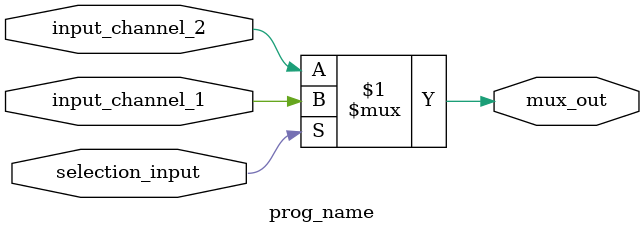
<source format=v>

module prog_name
   (
      // List Mux Channels
      input_channel_1,
      input_channel_2,

      // List Selection Input(s)
      selection_input,

      // List Output(s)
      mux_out
      );

	// Define Port(s)
	
	input selection_input;

	input input_channel_1;
	input input_channel_2;

	output mux_out;

	// Define Connection(s)

	assign mux_out = selection_input? input_channel_1: input_channel_2;

endmodule

</source>
